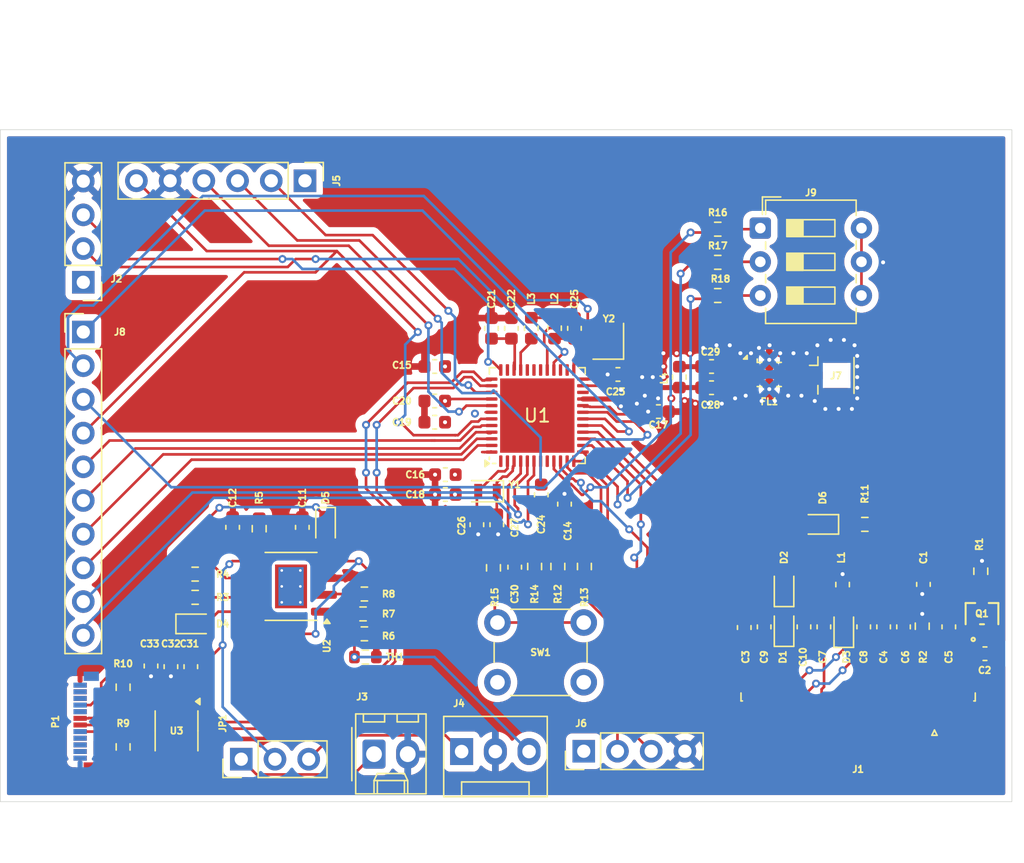
<source format=kicad_pcb>
(kicad_pcb (version 20241229) (generator "pcbnew") (generator_version "9.0")
  (layers (0 "F.Cu" signal) (4 "In1.Cu" signal) (6 "In2.Cu" signal) (2 "B.Cu" signal) (13 "F.Paste" user) (15 "B.Paste" user) (5 "F.SilkS" user "F.Silkscreen") (7 "B.SilkS" user "B.Silkscreen") (1 "F.Mask" user) (3 "B.Mask" user) (25 "Edge.Cuts" user))
  (net 0 "")
  (net 1 "GND")
  (net 2 "+3V3")
  (net 3 "Net-(D3-A)")
  (net 4 "Net-(D1-A)")
  (net 5 "VGL")
  (net 6 "VGH")
  (net 7 "Net-(J1-Pin_5)")
  (net 8 "Net-(J1-Pin_15)")
  (net 9 "Net-(J1-Pin_18)")
  (net 10 "VSH")
  (net 11 "VCOM")
  (net 12 "VSL")
  (net 13 "Net-(D4-A)")
  (net 14 "VBUS")
  (net 15 "Net-(U1-VDDSMPS)")
  (net 16 "SWD_NRST")
  (net 17 "Net-(C25-Pad1)")
  (net 18 "Net-(U1-PC14)")
  (net 19 "Net-(U1-PC15)")
  (net 20 "RF_sub")
  (net 21 "Net-(FL1-IN)")
  (net 22 "Net-(U1-PH3)")
  (net 23 "Net-(D4-K)")
  (net 24 "Net-(D5-K)")
  (net 25 "Net-(D6-K)")
  (net 26 "Net-(D6-A)")
  (net 27 "Net-(FL1-OUT)")
  (net 28 "CS#_SCREEN")
  (net 29 "RES#")
  (net 31 "BUSY")
  (net 33 "SDA_SCREEN")
  (net 34 "D{slash}C#")
  (net 35 "GDR")
  (net 36 "VPP")
  (net 38 "BS1")
  (net 39 "RESE")
  (net 41 "SCL_SCREEN")
  (net 42 "Net-(J3-Pin_1)")
  (net 43 "Net-(J4-Pin_1)")
  (net 44 "Net-(J4-Pin_3)")
  (net 45 "Net-(J5-SWCLK)")
  (net 46 "Net-(J5-SWO)")
  (net 47 "Net-(J5-SWDIO)")
  (net 48 "Net-(J6-Pin_2)")
  (net 49 "Net-(J6-Pin_3)")
  (net 50 "Net-(J8-Pin_2)")
  (net 51 "Net-(J8-Pin_7)")
  (net 52 "Net-(J8-Pin_10)")
  (net 53 "Net-(J8-Pin_3)")
  (net 54 "Net-(J8-Pin_9)")
  (net 55 "Net-(J8-Pin_6)")
  (net 56 "Net-(J8-Pin_5)")
  (net 57 "Net-(J8-Pin_8)")
  (net 58 "Net-(J8-Pin_1)")
  (net 59 "Net-(L2-Pad1)")
  (net 60 "Net-(U1-VLXSMPS)")
  (net 61 "D-")
  (net 64 "D+")
  (net 65 "Net-(P1-CC)")
  (net 66 "Net-(P1-VCONN)")
  (net 67 "Net-(U2-~{CHRG})")
  (net 68 "Net-(U2-~{STDBY})")
  (net 69 "Net-(U2-PROG)")
  (net 70 "Net-(U1-PA2)")
  (net 71 "Net-(U1-PA3)")
  (net 72 "Net-(R15-Pad2)")
  (net 73 "Net-(J2-Pin_2)")
  (net 74 "Net-(U1-OSC_OUT)")
  (net 76 "Net-(J2-Pin_3)")
  (net 78 "Net-(U1-OSC_IN)")
  (net 90 "Net-(J9-Pad1)")
  (net 91 "Net-(U1-PA0)")
  (net 92 "Net-(U1-PA4)")
  (net 93 "Net-(U1-PA5)")
  (net 94 "unconnected-(U1-PA15-Pad42)")
  (net 95 "Net-(J9-Pad2)")
  (net 96 "Net-(J9-Pad3)")
  (footprint "Resistor_SMD:R_0603_1608Metric" (layer "F.Cu") (at 84.575 90.25 180)
    (property "Reference" "R7")
    (property "Value" "R")
  )
  (footprint "Resistor_SMD:R_0603_1608Metric" (layer "F.Cu") (at 66.5 100.275 90)
    (property "Reference" "R9")
    (property "Value" "5k1")
  )
  (footprint "Diode_SMD:D_0603_1608Metric" (layer "F.Cu") (at 116.29 91.2125 90)
    (property "Reference" "D1")
    (property "Value" "D")
  )
  (footprint "Resistor_SMD:R_0603_1608Metric" (layer "F.Cu") (at 84.75 93.5 180)
    (property "Reference" "TH1")
    (property "Value" "Thermistor_NTC")
  )
  (footprint "Resistor_SMD:R_0603_1608Metric" (layer "F.Cu") (at 111.295 61.25)
    (property "Reference" "R16")
    (property "Value" "220R")
  )
  (footprint "Resistor_SMD:R_0603_1608Metric" (layer "F.Cu") (at 84.675 91.75)
    (property "Reference" "R6")
    (property "Value" "R")
  )
  (footprint "Resistor_SMD:R_0603_1608Metric" (layer "F.Cu") (at 94.4 86.775 -90)
    (property "Reference" "R15")
    (property "Value" "220")
  )
  (footprint "Capacitor_SMD:C_0603_1608Metric" (layer "F.Cu") (at 131.425 93.25 180)
    (property "Reference" "C2")
    (property "Value" "1u")
  )
  (footprint "LED_SMD:LED_0603_1608Metric" (layer "F.Cu") (at 118.9125 83.5 180)
    (property "Reference" "D6")
    (property "Value" "LED")
  )
  (footprint "Crystal:Crystal_SMD_2012-2Pin_2.0x1.2mm" (layer "F.Cu") (at 93.95 81 180)
    (property "Reference" "Y1")
    (property "Value" "32kHz768")
  )
  (footprint "Connector_PinHeader_2.54mm:PinHeader_1x06_P2.54mm_Vertical" (layer "F.Cu") (at 80.2 57.6 -90)
    (property "Reference" "J5")
    (property "Value" "Conn_ARM_SWD_TagConnect_TC2030")
  )
  (footprint "Connector_Coaxial:U.FL_Hirose_U.FL-R-SMT-1_Vertical" (layer "F.Cu") (at 119.725 72.275)
    (property "Reference" "J7")
    (property "Value" "Conn_Coaxial")
  )
  (footprint "Connector_PinHeader_2.54mm:PinHeader_1x04_P2.54mm_Vertical" (layer "F.Cu") (at 63.5 65.25 180)
    (property "Reference" "J2")
    (property "Value" "UART1")
  )
  (footprint "Resistor_SMD:R_0603_1608Metric" (layer "F.Cu") (at 71.925 89 180)
    (property "Reference" "R3")
    (property "Value" "1k")
  )
  (footprint "Filter:Filter_Mini-Circuits_FV1206" (layer "F.Cu") (at 115.175 72.2)
    (property "Reference" "FL1")
    (property "Value" "2,4Ghz LP 50Ohm")
  )
  (footprint "Capacitor_SMD:C_0603_1608Metric" (layer "F.Cu") (at 93.15 83.525 -90)
    (property "Reference" "C26")
    (property "Value" "10p")
  )
  (footprint "Capacitor_SMD:C_0603_1608Metric" (layer "F.Cu") (at 90.775 79.75 180)
    (property "Reference" "C16")
    (property "Value" "100n")
  )
  (footprint "Resistor_SMD:R_0603_1608Metric" (layer "F.Cu") (at 97.5 86.675 -90)
    (property "Reference" "R14")
    (property "Value" "5100")
  )
  (footprint "LED_SMD:LED_0603_1608Metric" (layer "F.Cu") (at 71.9625 91)
    (property "Reference" "D4")
    (property "Value" "LED")
  )
  (footprint "Diode_SMD:D_0603_1608Metric" (layer "F.Cu") (at 116.29 88.2125 90)
    (property "Reference" "D2")
    (property "Value" "D")
  )
  (footprint "Capacitor_SMD:C_0603_1608Metric" (layer "F.Cu") (at 74.75 83.725 -90)
    (property "Reference" "C12")
    (property "Value" "10u")
  )
  (footprint "Capacitor_SMD:C_0603_1608Metric" (layer "F.Cu") (at 126.79 88.025 90)
    (property "Reference" "C1")
    (property "Value" "1u")
  )
  (footprint "Inductor_SMD:L_0603_1608Metric" (layer "F.Cu") (at 99 68.7125 -90)
    (property "Reference" "L2")
    (property "Value" "10u")
  )
  (footprint "Capacitor_SMD:C_0603_1608Metric" (layer "F.Cu") (at 94.65 83.525 -90)
    (property "Reference" "C27")
    (property "Value" "10p")
  )
  (footprint "Connector_PinHeader_2.54mm:PinHeader_1x03_P2.54mm_Vertical" (layer "F.Cu") (at 75.4 101.2 90)
    (property "Reference" "JP1")
    (property "Value" "Jumper_3_Bridged12")
  )
  (footprint "Connector_PinHeader_2.54mm:PinHeader_1x10_P2.54mm_Vertical" (layer "F.Cu") (at 63.5 69)
    (property "Reference" "J8")
    (property "Value" "USER1")
  )
  (footprint "Resistor_SMD:R_0603_1608Metric" (layer "F.Cu") (at 131.1104 87.0308 90)
    (property "Reference" "R1")
    (property "Value" "R")
  )
  (footprint "Capacitor_SMD:C_0603_1608Metric" (layer "F.Cu") (at 68.6 94.175 90)
    (property "Reference" "C33")
    (property "Value" "0.1u")
  )
  (footprint "Capacitor_SMD:C_0603_1608Metric" (layer "F.Cu") (at 106.825 75)
    (property "Reference" "C17")
    (property "Value" "100n")
  )
  (footprint "Crystal:Crystal_SMD_2016-4Pin_2.0x1.6mm" (layer "F.Cu") (at 103.05 69.7 90)
    (property "Reference" "Y2")
    (property "Value" "32Mhz")
  )
  (footprint "Resistor_SMD:R_0603_1608Metric" (layer "F.Cu") (at 66.5 95.775 -90)
    (property "Reference" "R10")
    (property "Value" "5k1")
  )
  (footprint "Capacitor_SMD:C_0603_1608Metric" (layer "F.Cu") (at 95.75 68.725 90)
    (property "Reference" "C22")
    (property "Value" "4u7")
  )
  (footprint "Capacitor_SMD:C_0603_1608Metric" (layer "F.Cu") (at 89.975 75.8 180)
    (property "Reference" "C19")
    (property "Value" "4u7")
  )
  (footprint "Connector:FanPinHeader_1x03_P2.54mm_Vertical" (layer "F.Cu") (at 92 100.625)
    (property "Reference" "J4")
    (property "Value" "Conn_01x03")
  )
  (footprint "Capacitor_SMD:C_0603_1608Metric" (layer "F.Cu") (at 114.79 91.225 -90)
    (property "Reference" "C9")
    (property "Value" "1u")
  )
  (footprint "Inductor_SMD:L_0603_1608Metric" (layer "F.Cu") (at 108.4 72.4 90)
    (property "Reference" "L4")
    (property "Value" "2n7")
  )
  (footprint "Capacitor_SMD:C_0603_1608Metric" (layer "F.Cu") (at 99.75 81.975 -90)
    (property "Reference" "C14")
    (property "Value" "100n")
  )
  (footprint "Capacitor_SMD:C_0603_1608Metric" (layer "F.Cu") (at 117.79 91.225 -90)
    (property "Reference" "C10")
    (property "Value" "1u")
  )
  (footprint "Package_DFN_QFN:QFN-48-1EP_7x7mm_P0.5mm_EP5.6x5.6mm" (layer "F.Cu") (at 97.7 75.3 90)
    (property "Reference" "U1")
    (property "Value" "STM32WB55CEU6")
  )
  (footprint "Inductor_SMD:L_0603_1608Metric" (layer "F.Cu") (at 97.25 68.7125 90)
    (property "Reference" "L3")
    (property "Value" "10u")
  )
  (footprint "Resistor_SMD:R_0603_1608Metric" (layer "F.Cu") (at 99.25 86.675 90)
    (property "Reference" "R12")
    (property "Value" "220")
  )
  (footprint "Resistor_SMD:R_0603_1608Metric" (layer "F.Cu") (at 76.75 83.825 -90)
    (property "Reference" "R5")
    (property "Value" "400")
  )
  (footprint "Capacitor_SMD:C_0603_1608Metric" (layer "F.Cu") (at 89.975 74.2 180)
    (property "Reference" "C20")
    (property "Value" "100n")
  )
  (footprint "Button_Switch_THT:SW_DIP_SPSTx03_Slide_6.7x9.18mm_W7.62mm_P2.54mm_LowProfile" (layer "F.Cu") (at 114.5 61.17)
    (property "Reference" "J9")
    (property "Value" "USER2")
  )
  (footprint "Capacitor_SMD:C_0603_1608Metric" (layer "F.Cu") (at 89.975 71.6 180)
    (property "Reference" "C15")
    (property "Value" "100n")
  )
  (footprint "Capacitor_SMD:C_0603_1608Metric" (layer "F.Cu") (at 103.775 72.2)
    (property "Reference" "C23")
    (property "Value" "100n")
  )
  (footprint "Capacitor_SMD:C_0603_1608Metric" (layer "F.Cu") (at 119.29 91.225 -90)
    (property "Reference" "C7")
    (property "Value" "1u")
  )
  (footprint "Resistor_SMD:R_0603_1608Metric" (layer "F.Cu") (at 111.295 63.75)
    (property "Reference" "R17")
    (property "Value" "220R")
  )
  (footprint "Button_Switch_THT:SW_PUSH_6mm" (layer "F.Cu") (at 94.7 90.9)
    (property "Reference" "SW1")
    (property "Value" "SW_Push")
  )
  (footprint "Resistor_SMD:R_0603_1608Metric" (layer "F.Cu") (at 71.925 87.25 180)
    (property "Reference" "R4")
    (property "Value" "1k")
  )
  (footprint "Capacitor_SMD:C_0603_1608Metric" (layer "F.Cu") (at 122.29 91.225 -90)
    (property "Reference" "C8")
    (property "Value" "1u")
  )
  (footprint "Inductor_SMD:L_0603_1608Metric" (layer "F.Cu") (at 120.7 88.0375 -90)
    (property "Reference" "L1")
    (property "Value" "L")
  )
  (footprint "Diode_SMD:D_0603_1608Metric" (layer "F.Cu") (at 120.79 91.2875 90)
    (property "Reference" "D3")
    (property "Value" "D")
  )
  (footprint "Capacitor_SMD:C_0603_1608Metric" (layer "F.Cu") (at 110.825 73.2)
    (property "Reference" "C28")
    (property "Value" "0p3")
  )
  (footprint "Resistor_SMD:R_0603_1608Metric" (layer "F.Cu") (at 126.7 91.175 -90)
    (property "Reference" "R2")
    (property "Value" "R2")
  )
  (footprint "Capacitor_SMD:C_0603_1608Metric" (layer "F.Cu") (at 70.1 94.225 90)
    (property "Reference" "C32")
    (property "Value" "10u")
  )
  (footprint "Capacitor_SMD:C_0603_1608Metric" (layer "F.Cu") (at 110.825 71.6)
    (property "Reference" "C29")
    (property "Value" "0p3")
  )
  (footprint "Capacitor_SMD:C_0603_1608Metric" (layer "F.Cu") (at 123.79 91.225 -90)
    (property "Reference" "C4")
    (property "Value" "uF")
  )
  (footprint "Capacitor_SMD:C_0603_1608Metric" (layer "F.Cu") (at 94.25 68.725 90)
    (property "Reference" "C21")
    (property "Value" "100n")
  )
  (footprint "Capacitor_SMD:C_0603_1608Metric" (layer "F.Cu") (at 113.29 91.275 -90)
    (property "Reference" "C3")
    (property "Value" "1uF")
  )
  (footprint "Resistor_SMD:R_0603_1608Metric" (layer "F.Cu") (at 122.375 83.5)
    (property "Reference" "R11")
    (property "Value" "220R")
  )
  (footprint "Connector_PinHeader_2.54mm:PinHeader_1x04_P2.54mm_Vertical" (layer "F.Cu") (at 101.2 100.6 90)
    (property "Reference" "J6")
    (property "Value" "LOW POWER UART")
  )
  (footprint "Capacitor_SMD:C_0603_1608Metric" (layer "F.Cu") (at 96 86.725 -90)
    (property "Reference" "C30")
    (property "Value" "100n")
  )
  (footprint "footprints:SC-70_SI1_VIS" (layer "F.Cu") (at 131.2 90.2279)
    (property "Reference" "Q1")
    (property "Value" "Si1304BDL")
  )
  (footprint "Connector_FFC-FPC:TE_2-1734839-4_1x24-1MP_P0.5mm_Horizontal" (layer "F.Cu") (at 121.87 98.85 180)
    (property "Reference" "J1")
    (property "Value" "FPC")
  )
  (footprint "Package_SO:SOIC-8-1EP_3.9x4.9mm_P1.27mm_EP2.41x3.3mm_ThermalVias" (layer "F.Cu") (at 79.15 88.175 180)
    (property "Reference" "U2")
    (property "Value" "TP4056-42-ESOP8")
  )
  (footprint "Capacitor_SMD:C_0603_1608Metric" (layer "F.Cu") (at 100.5 68.725 90)
    (property "Reference" "C25")
    (property "Value" "4u7")
  )
  (footprint "Resistor_SMD:R_0603_1608Metric" (layer "F.Cu") (at 101.25 86.675 90)
    (property "Reference" "R13")
    (property "Value" "220")
  )
  (footprint "Package_SO:MSOP-8_3x3mm_P0.65mm" (layer "F.Cu") (at 70.525 99.0625 -90)
    (property "Reference" "U3")
    (property "Value" "MIC5219-3.3YMM")
  )
  (footprint "Capacitor_SMD:C_0603_1608Metric" (layer "F.Cu") (at 125.29 91.225 90)
    (property "Reference" "C6")
    (property "Value" "1uF")
  )
  (footprint "Capacitor_SMD:C_0603_1608Metric" (layer "F.Cu") (at 98 81.275 90)
    (property "Reference" "C24")
    (property "Value" "100n")
  )
  (footprint "Connector_Molex:Molex_KK-254_AE-6410-02A_1x02_P2.54mm_Vertical" (layer "F.Cu") (at 85.4 100.82)
    (property "Reference" "J3")
    (property "Value" "Conn_01x02")
  )
  (footprint "Capacitor_SMD:C_0603_1608Metric" (layer "F.Cu") (at 90.775 81.25 180)
    (property "Reference" "C18")
    (property "Value" "100n")
  )
  (footprint "Capacitor_SMD:C_0603_1608Metric" (layer "F.Cu") (at 71.6 94.225 90)
    (property "Reference" "C31")
    (property "Value" "10u")
  )
  (footprint "LED_SMD:LED_0603_1608Metric" (layer "F.Cu") (at 81.75 83.7125 -90)
    (property "Reference" "D5")
    (property "Value" "LED")
  )
  (footprint "Resistor_SMD:R_0603_1608Metric" (layer "F.Cu") (at 84.675 88.75)
    (property "Reference" "R8")
    (property "Value" "R")
  )
  (footprint "Connector_USB:USB_C_Plug_Molex_105444" (layer "F.Cu") (at 63.22 98.37 90)
    (property "Reference" "P1")
    (property "Value" "USB_C_Plug_USB2.0")
  )
  (footprint "Capacitor_SMD:C_0603_1608Metric" (layer "F.Cu") (at 128.7 91.225 90)
    (property "Reference" "C5")
    (property "Value" "1u")
  )
  (footprint "Capacitor_SMD:C_0603_1608Metric" (layer "F.Cu") (at 80 83.725 90)
    (property "Reference" "C11")
    (property "Value" "10u")
  )
  (footprint "Resistor_SMD:R_0603_1608Metric" (layer "F.Cu") (at 111.295 66.25)
    (property "Reference" "R18")
    (property "Value" "220R")
  )
  (gr_rect (start 57.25 53.75) (end 133.45 104.405) (stroke (width 0.05)) (fill no) (layer "Edge.Cuts"))
  (via (at 93.001473 75.15) (size 0.6) (drill 0.3) (layers "F.Cu" "B.Cu") (net 0))
  (via micro (at 111.6 74.4) (size 0.6) (drill 0.3) (layers "F.Cu" "In1.Cu") (net 1))
  (via micro (at 107.2 72.4) (size 0.6) (drill 0.3) (layers "F.Cu" "In1.Cu") (net 1))
  (via micro (at 107.2 70.6) (size 0.6) (drill 0.3) (layers "F.Cu" "In1.Cu") (net 1))
  (via micro (at 108.2 70.6) (size 0.6) (drill 0.3) (layers "F.Cu" "In1.Cu") (net 1))
  (via micro (at 90 79.75) (size 0.6) (drill 0.3) (layers "F.Cu" "In1.Cu") (net 1))
  (via micro (at 131.2 86.25) (size 0.6) (drill 0.3) (layers "F.Cu" "In1.Cu") (net 1))
  (via micro (at 118.8 70) (size 0.6) (drill 0.3) (layers "F.Cu" "In1.Cu") (net 1))
  (via micro (at 113 70.6) (size 0.6) (drill 0.3) (layers "F.Cu" "In1.Cu") (net 1))
  (via micro (at 121.8 70.8) (size 0.6) (drill 0.3) (layers "F.Cu" "In1.Cu") (net 1))
  (via micro (at 114.4 70.2) (size 0.6) (drill 0.3) (layers "F.Cu" "In1.Cu") (net 1))
  (via micro (at 119.4 74.8) (size 0.6) (drill 0.3) (layers "F.Cu" "In1.Cu") (net 1))
  (via micro (at 114.6 74.2) (size 0.6) (drill 0.3) (layers "F.Cu" "In1.Cu") (net 1))
  (via micro (at 120.8 69.6) (size 0.6) (drill 0.3) (layers "F.Cu" "In1.Cu") (net 1))
  (via micro (at 117 70.6) (size 0.6) (drill 0.3) (layers "F.Cu" "In1.Cu") (net 1))
  (via micro (at 93.25 84.25) (size 0.6) (drill 0.3) (layers "F.Cu" "In1.Cu") (net 1))
  (via micro (at 109.2 70.6) (size 0.6) (drill 0.3) (layers "F.Cu" "In1.Cu") (net 1))
  (via micro (at 118.6 74.2) (size 0.6) (drill 0.3) (layers "F.Cu" "In1.Cu") (net 1))
  (via micro (at 104 74.6) (size 0.6) (drill 0.3) (layers "F.Cu" "In1.Cu") (net 1))
  (via micro (at 112.2 70) (size 0.6) (drill 0.3) (layers "F.Cu" "In1.Cu") (net 1))
  (via micro (at 113.4 73.8) (size 0.6) (drill 0.3) (layers "F.Cu" "In1.Cu") (net 1))
  (via micro (at 113.8 70.6) (size 0.6) (drill 0.3) (layers "F.Cu" "In1.Cu") (net 1))
  (via micro (at 90 81.25) (size 0.6) (drill 0.3) (layers "F.Cu" "In1.Cu") (net 1))
  (via micro (at 117.6 73.8) (size 0.6) (drill 0.3) (layers "F.Cu" "In1.Cu") (net 1))
  (via micro (at 109.6 74.4) (size 0.6) (drill 0.3) (layers "F.Cu" "In1.Cu") (net 1))
  (via micro (at 120.4 74.8) (size 0.6) (drill 0.3) (layers "F.Cu" "In1.Cu") (net 1))
  (via micro (at 121.6 70) (size 0.6) (drill 0.3) (layers "F.Cu" "In1.Cu") (net 1))
  (via micro (at 108.8 74.2) (size 0.6) (drill 0.3) (layers "F.Cu" "In1.Cu") (net 1))
  (via micro (at 121.4 74.8) (size 0.6) (drill 0.3) (layers "F.Cu" "In1.Cu") (net 1))
  (via micro (at 104 73.36) (size 0.6) (drill 0.3) (layers "F.Cu" "In1.Cu") (net 1))
  (via micro (at 110.2 70.2) (size 0.6) (drill 0.3) (layers "F.Cu" "In1.Cu") (net 1))
  (via micro (at 119.8 69.6) (size 0.6) (drill 0.3) (layers "F.Cu" "In1.Cu") (net 1))
  (via micro (at 116.6 73.8) (size 0.6) (drill 0.3) (layers "F.Cu" "In1.Cu") (net 1))
  (via micro (at 105.6 72.4) (size 0.6) (drill 0.3) (layers "F.Cu" "In1.Cu") (net 1))
  (via micro (at 107.2 71.6) (size 0.6) (drill 0.3) (layers "F.Cu" "In1.Cu") (net 1))
  (via micro (at 121.8 73.2) (size 0.6) (drill 0.3) (layers "F.Cu" "In1.Cu") (net 1))
  (via micro (at 116 70.6) (size 0.6) (drill 0.3) (layers "F.Cu" "In1.Cu") (net 1))
  (via micro (at 94.75 84.25) (size 0.6) (drill 0.3) (layers "F.Cu" "In1.Cu") (net 1))
  (via micro (at 105.2 74.4) (size 0.6) (drill 0.3) (layers "F.Cu" "In1.Cu") (net 1))
  (via micro (at 112.6 74) (size 0.6) (drill 0.3) (layers "F.Cu" "In1.Cu") (net 1))
  (via micro (at 106.4 72.4) (size 0.6) (drill 0.3) (layers "F.Cu" "In1.Cu") (net 1))
  (via micro (at 106.8 74) (size 0.6) (drill 0.3) (layers "F.Cu" "In1.Cu") (net 1))
  (via micro (at 111.2 70) (size 0.6) (drill 0.3) (layers "F.Cu" "In1.Cu") (net 1))
  (via micro (at 118 70.6) (size 0.6) (drill 0.3) (layers "F.Cu" "In1.Cu") (net 1))
  (via micro (at 107.8 74) (size 0.6) (drill 0.3) (layers "F.Cu" "In1.Cu") (net 1))
  (via micro (at 115.2 70) (size 0.6) (drill 0.3) (layers "F.Cu" "In1.Cu") (net 1))
  (via micro (at 121.8 74) (size 0.6) (drill 0.3) (layers "F.Cu" "In1.Cu") (net 1))
  (via micro (at 121.8 72.4) (size 0.6) (drill 0.3) (layers "F.Cu" "In1.Cu") (net 1))
  (via micro (at 121.8 71.6) (size 0.6) (drill 0.3) (layers "F.Cu" "In1.Cu") (net 1))
  (via micro (at 115.6 74.2) (size 0.6) (drill 0.3) (layers "F.Cu" "In1.Cu") (net 1))
  (via micro (at 110.6 74.4) (size 0.6) (drill 0.3) (layers "F.Cu" "In1.Cu") (net 1))
  (via micro (at 105.8 73.8) (size 0.6) (drill 0.3) (layers "F.Cu" "In1.Cu") (net 1))
  (segment (start 103 72.75) (end 102.7 73.05) (width 0.2) (layer "F.Cu") (net 2))
  (segment (start 70.2 96.95) (end 70.2 95.1) (width 0.2) (layer "F.Cu") (net 2))
  (segment (start 103.149 74.649) (end 103.7 75.2) (width 0.2) (layer "F.Cu") (net 2))
  (segment (start 70.2 95.1) (end 70.1 95) (width 0.2) (layer "F.Cu") (net 2))
  (segment (start 103 72.2) (end 103 72.75) (width 0.2) (layer "F.Cu") (net 2))
  (segment (start 101.689798 74.649) (end 103.149 74.649) (width 0.2) (layer "F.Cu") (net 2))
  (segment (start 122.12 63.71) (end 122.12 66.25) (width 0.2) (layer "F.Cu") (net 2))
  (segment (start 103.7 75.2) (end 105.85 75.2) (width 0.2) (layer "F.Cu") (net 2))
  (segment (start 94.2125 78) (end 94.2625 78.05) (width 0.2) (layer "F.Cu") (net 2))
  (segment (start 90.75 74.2) (end 91.05 74.2) (width 0.2) (layer "F.Cu") (net 2))
  (segment (start 91.55 79.75) (end 91.85 79.75) (width 0.2) (layer "F.Cu") (net 2))
  (segment (start 102.7 73.05) (end 101.1375 73.05) (width 0.2) (layer "F.Cu") (net 2))
  (segment (start 70.2 96.95) (end 70.2 97.762499) (width 0.2) (layer "F.Cu") (net 2))
  (segment (start 105.85 75.2) (end 106.05 75) (width 0.2) (layer "F.Cu") (net 2))
  (segment (start 93.75 78.05) (end 93.7 78.05) (width 0.2) (layer "F.Cu") (net 2))
  (segment (start 91.05 74.2) (end 91.2 74.05) (width 0.2) (layer "F.Cu") (net 2))
  (segment (start 101.664798 74.624) (end 101.689798 74.649) (width 0.2) (layer "F.Cu") (net 2))
  (segment (start 93.55 78.05) (end 93.75 78.05) (width 0.2) (layer "F.Cu") (net 2))
  (segment (start 93.75 78.05) (end 94.2625 78.05) (width 0.2) (layer "F.Cu") (net 2))
  (segment (start 122.12 61.17) (end 122.12 63.71) (width 0.2) (layer "F.Cu") (net 2))
  (segment (start 101.2115 74.624) (end 101.664798 74.624) (width 0.2) (layer "F.Cu") (net 2))
  (segment (start 91.2 74.05) (end 94.2625 74.05) (width 0.2) (layer "F.Cu") (net 2))
  (segment (start 68.65 95) (end 68.6 94.95) (width 0.2) (layer "F.Cu") (net 2))
  (segment (start 70.1 96.85) (end 70.2 96.95) (width 0.2) (layer "F.Cu") (net 2))
  (segment (start 101.1375 74.55) (end 101.2115 74.624) (width 0.2) (layer "F.Cu") (net 2))
  (segment (start 70.1 97.05) (end 70.2 96.95) (width 0.2) (layer "F.Cu") (net 2))
  (via micro (at 90.75 74.2) (size 0.6) (drill 0.3) (layers "F.Cu" "In2.Cu") (net 2))
  (via micro (at 99.75 81.2) (size 0.6) (drill 0.3) (layers "F.Cu" "In2.Cu") (net 2))
  (via micro (at 106.05 75) (size 0.6) (drill 0.3) (layers "F.Cu" "In2.Cu") (net 2))
  (via micro (at 90.75 75.8) (size 0.6) (drill 0.3) (layers "F.Cu" "In2.Cu") (net 2))
  (via micro (at 68.6 94.95) (size 0.6) (drill 0.3) (layers "F.Cu" "In2.Cu") (net 2))
  (via micro (at 123.75 63.75) (size 0.6) (drill 0.3) (layers "F.Cu" "In2.Cu") (net 2))
  (via micro (at 120.7 87.25) (size 0.6) (drill 0.3) (layers "F.Cu" "In2.Cu") (net 2))
  (via micro (at 103 72.2) (size 0.6) (drill 0.3) (layers "F.Cu" "In2.Cu") (net 2))
  (via micro (at 126.7 88.75) (size 0.6) (drill 0.3) (layers "F.Cu" "In2.Cu") (net 2))
  (via micro (at 91.5 81.25) (size 0.6) (drill 0.3) (layers "F.Cu" "In2.Cu") (net 2))
  (via micro (at 70.1 94.95) (size 0.6) (drill 0.3) (layers "F.Cu" "In2.Cu") (net 2))
  (via micro (at 91.5 79.75) (size 0.6) (drill 0.3) (layers "F.Cu" "In2.Cu") (net 2))
  (via micro (at 90.75 71.6) (size 0.6) (drill 0.3) (layers "F.Cu" "In2.Cu") (net 2))
  (via micro (at 126.7 90.25) (size 0.6) (drill 0.3) (layers "F.Cu" "In2.Cu") (net 2))
  (segment (start 120.79 90.5) (end 120.79 88.915) (width 0.2) (layer "F.Cu") (net 3))
  (segment (start 120.79 88.915) (end 120.7 88.825) (width 0.2) (layer "F.Cu") (net 3))
  (segment (start 116.29 89) (end 116.29 90.425) (width 0.2) (layer "F.Cu") (net 4))
  (segment (start 116.29 92) (end 116.62 92.33) (width 0.2) (layer "F.Cu") (net 5))
  (segment (start 116.62 92.33) (end 116.62 100.2) (width 0.2) (layer "F.Cu") (net 5))
  (segment (start 123.79 92) (end 123.039 91.249) (width 0.2) (layer "F.Cu") (net 6))
  (segment (start 123.039 91.249) (end 121.616 91.249) (width 0.2) (layer "F.Cu") (net 6))
  (segment (start 120.79 92.075) (end 120.79 92.91) (width 0.2) (layer "F.Cu") (net 6))
  (segment (start 121.616 91.249) (end 120.79 92.075) (width 0.2) (layer "F.Cu") (net 6))
  (segment (start 117.62 95.08) (end 118.2 94.5) (width 0.2) (layer "F.Cu") (net 6))
  (segment (start 117.62 100.2) (end 117.62 95.08) (width 0.2) (layer "F.Cu") (net 6))
  (segment (start 120.79 92.91) (end 120.2 93.5) (width 0.2) (layer "F.Cu") (net 6))
  (via (at 118.2 94.5) (size 0.6) (drill 0.3) (layers "F.Cu" "B.Cu") (net 6))
  (via (at 120.2 93.5) (size 0.6) (drill 0.3) (layers "F.Cu" "B.Cu") (net 6))
  (segment (start 119.2 94.5) (end 118.2 94.5) (width 0.2) (layer "B.Cu") (net 6))
  (segment (start 120.2 93.5) (end 119.2 94.5) (width 0.2) (layer "B.Cu") (net 6))
  (segment (start 126.219 95.481) (end 126.219 95.0736) (width 0.2) (layer "F.Cu") (net 7))
  (segment (start 125.62 96.08) (end 126.219 95.481) (width 0.2) (layer "F.Cu") (net 7))
  (segment (start 126.219 95.0736) (end 128.7 92.5926) (width 0.2) (layer "F.Cu") (net 7))
  (segment (start 125.62 100.2) (end 125.62 96.08) (width 0.2) (layer "F.Cu") (net 7))
  (segment (start 128.7 92.5926) (end 128.7 92) (width 0.2) (layer "F.Cu") (net 7))
  (segment (start 120.62 96.67) (end 120.62 100.2) (width 0.2) (layer "F.Cu") (net 8))
  (segment (start 120.62 100.2) (end 120.12 100.2) (width 0.2) (layer "F.Cu") (net 8))
  (segment (start 126.79 92) (end 125.29 92) (width 0.2) (layer "F.Cu") (net 8))
  (segment (start 125.29 92) (end 120.62 96.67) (width 0.2) (layer "F.Cu") (net 8))
  (segment (start 119.29 92) (end 119.12 92.17) (width 0.2) (layer "F.Cu") (net 9))
  (segment (start 119.301 95.748943) (end 119.301 92.011) (width 0.2) (layer "F.Cu") (net 9))
  (segment (start 119.12 100.2) (end 119.12 95.929943) (width 0.2) (layer "F.Cu") (net 9))
  (segment (start 119.12 95.929943) (end 119.301 95.748943) (width 0.2) (layer "F.Cu") (net 9))
  (segment (start 119.301 92.011) (end 119.29 92) (width 0.2) (layer "F.Cu") (net 9))
  (segment (start 118.2 96) (end 118.7 95.5) (width 0.2) (layer "F.Cu") (net 10))
  (segment (start 122.29 92) (end 122.29 92.91) (width 0.2) (layer "F.Cu") (net 10))
  (segment (start 118.12 96.08) (end 118.2 96) (width 0.2) (layer "F.Cu") (net 10))
  (segment (start 122.29 92.91) (end 120.7 94.5) (width 0.2) (layer "F.Cu") (net 10))
  (segment (start 118.12 100.2) (end 118.12 96.08) (width 0.2) (layer "F.Cu") (net 10))
  (segment (start 122.29 92) (end 122.29 92.41) (width 0.2) (layer "F.Cu") (net 10))
  (via (at 118.7 95.5) (size 0.6) (drill 0.3) (layers "F.Cu" "B.Cu") (net 10))
  (via (at 120.7 94.5) (size 0.6) (drill 0.3) (layers "F.Cu" "B.Cu") (net 10))
  (segment (start 118.7 95.5) (end 119.7 95.5) (width 0.2) (layer "B.Cu") (net 10))
  (segment (start 120.7 94.5) (end 119.7 95.5) (width 0.2) (layer "B.Cu") (net 10))
  (segment (start 116.12 100.2) (end 116.12 93.33) (width 0.2) (layer "F.Cu") (net 11))
  (segment (start 116.12 93.33) (end 114.79 92) (width 0.2) (layer "F.Cu") (net 11))
  (segment (start 117.79 92) (end 117.12 92.67) (width 0.2) (layer "F.Cu") (net 12))
  (segment (start 117.12 92.67) (end 117.12 100.2) (width 0.2) (layer "F.Cu") (net 12))
  (segment (start 80 84.5) (end 81.75 84.5) (width 0.2) (layer "F.Cu") (net 13))
  (segment (start 86.201 88.201) (end 84.27 86.27) (width 0.2) (layer "F.Cu") (net 13))
  (segment (start 81.625 86.27) (end 81.625 84.625) (width 0.2) (layer "F.Cu") (net 13))
  (segment (start 76.675 90.08) (end 73.67 90.08) (width 0.2) (layer "F.Cu") (net 13))
  (segment (start 86.201 89.449) (end 86.201 88.201) (width 0.2) (layer "F.Cu") (net 13))
  (segment (start 81.625 84.625) (end 81.75 84.5) (width 0.2) (layer "F.Cu") (net 13))
  (segment (start 84.25 86.27) (end 81.625 86.27) (width 0.2) (layer "F.Cu") (net 13))
  (segment (start 85.4 90.25) (end 86.201 89.449) (width 0.2) (layer "F.Cu") (net 13))
  (segment (start 80 84.5) (end 78.25 84.5) (width 0.2) (layer "F.Cu") (net 13))
  (segment (start 76.675 90.08) (end 78.345 91.75) (width 0.2) (layer "F.Cu") (net 13))
  (segment (start 84.27 86.27) (end 84.25 86.27) (width 0.2) (layer "F.Cu") (net 13))
  (segment (start 78.345 91.75) (end 81 91.75) (width 0.2) (layer "F.Cu") (net 13))
  (segment (start 73.67 90.08) (end 72.75 91) (width 0.2) (layer "F.Cu") (net 13))
  (segment (start 78.25 84.5) (end 76.75 83) (width 0.2) (layer "F.Cu") (net 13))
  (via (at 81 91.75) (size 0.6) (drill 0.3) (layers "F.Cu" "B.Cu") (net 13))
  (via (at 84.25 86.27) (size 0.6) (drill 0.3) (layers "F.Cu" "B.Cu") (net 13))
  (segment (start 82.375 88.145) (end 82.375 88.625) (width 0.2) (layer "B.Cu") (net 13))
  (segment (start 82.375 88.625) (end 81 90) (width 0.2) (layer "B.Cu") (net 13))
  (segment (start 81 90) (end 81 91.75) (width 0.2) (layer "B.Cu") (net 13))
  (segment (start 84.25 86.27) (end 82.375 88.145) (width 0.2) (layer "B.Cu") (net 13))
  (segment (start 64.052 97.12) (end 64.85 96.322) (width 0.2) (layer "F.Cu") (net 14))
  (segment (start 70.85 96.95) (end 71.5 96.95) (width 0.2) (layer "F.Cu") (net 14))
  (segment (start 76.75 86.195) (end 76.675 86.27) (width 0.2) (layer "F.Cu") (net 14))
  (segment (start 64.85 95.45) (end 66.101 94.199) (width 0.2) (layer "F.Cu") (net 14))
  (segment (start 71.5 96.95) (end 71.5 95.1) (width 0.2) (layer "F.Cu") (net 14))
  (segment (start 64.85 96.322) (end 64.85 95.45) (width 0.2) (layer "F.Cu") (net 14))
  (segment (start 66.101 94.199) (end 69.8 94.199) (width 0.2) (layer "F.Cu") (net 14))
  (segment (start 76.6 84.5) (end 76.75 84.65) (width 0.2) (layer "F.Cu") (net 14))
  (segment (start 69.85 94.249) (end 70.849 94.249) (width 0.2) (layer "F.Cu") (net 14))
  (segment (start 70.849 94.249) (end 71.6 95) (width 0.2) (layer "F.Cu") (net 14))
  (segment (start 74.75 84.5) (end 76.6 84.5) (width 0.2) (layer "F.Cu") (net 14))
  (segment (start 70.85 96.95) (end 70.85 96.137501) (width 0.2) (layer "F.Cu") (net 14))
  (segment (start 74.73 86.27) (end 74.5 86.5) (width 0.2) (layer "F.Cu") (net 14))
  (segment (start 74 92.6) (end 71.6 95) (width 0.2) (layer "F.Cu") (net 14))
  (segment (start 76.675 86.27) (end 74.73 86.27) (width 0.2) (layer "F.Cu") (net 14))
  (segment (start 76.75 84.65) (end 76.75 86.195) (width 0.2) (layer "F.Cu") (net 14))
  (segment (start 63.26 97.12) (end 64.052 97.12) (width 0.2) (layer "F.Cu") (net 14))
  (segment (start 69.8 94.199) (end 69.85 94.249) (width 0.2) (layer "F.Cu") (net 14))
  (segment (start 71.5 95.1) (end 71.6 95) (width 0.2) (layer "F.Cu") (net 14))
  (via (at 74.5 86.5) (size 0.6) (drill 0.3) (layers "F.Cu" "B.Cu") (net 14))
  (via (at 74 92.6) (size 0.6) (drill 0.3) (layers "F.Cu" "B.Cu") (net 14))
  (segment (start 74 92.6) (end 74 97.26) (width 0.2) (layer "B.Cu") (net 14))
  (segment (start 74 87) (end 74.5 86.5) (width 0.2) (layer "B.Cu") (net 14))
  (segment (start 74 97.26) (end 77.94 101.2) (width 0.2) (layer "B.Cu") (net 14))
  (segment (start 74 92.6) (end 74 87) (width 0.2) (layer "B.Cu") (net 14))
  (segment (start 95.95 71.3) (end 95.95 71.8625) (width 0.2) (layer "F.Cu") (net 15))
  (segment (start 96 71.8125) (end 95.95 71.8625) (width 0.2) (layer "F.Cu") (net 15))
  (segment (start 96 69.75) (end 96 71.8125) (width 0.2) (layer "F.Cu") (net 15))
  (segment (start 96 69.5) (end 94.5 69.5) (width 0.2) (layer "F.Cu") (net 15))
  (segment (start 97.95 78.7375) (end 97.95 80.15) (width 0.2) (layer "F.Cu") (net 16))
  (segment (start 79.617 62.097) (end 84.297 62.097) (width 0.2) (layer "F.Cu") (net 16))
  (segment (start 75.12 57.6) (end 79.617 62.097) (width 0.2) (layer "F.Cu") (net 16))
  (segment (start 84.297 62.097) (end 90.2 68) (width 0.2) (layer "F.Cu") (net 16))
  (via (at 90.2 68) (size 0.6) (drill 0.3) (layers "F.Cu" "B.Cu") (net 16))
  (segment (start 94.201 73.601) (end 94.401 73.401) (width 0.2) (layer "B.Cu") (net 16))
  (segment (start 90.2 68) (end 90.5 68.3) (width 0.2) (layer "B.Cu") (net 16))
  (segment (start 97.95 76.95) (end 97.95 80.15) (width 0.2) (layer "B.Cu") (net 16))
  (segment (start 90.5 72.0671) (end 92.0339 73.601) (width 0.2) (layer "B.Cu") (net 16))
  (segment (start 90.5 68.3) (end 90.5 72.0671) (width 0.2) (layer "B.Cu") (net 16))
  (segment (start 92.0339 73.601) (end 94.201 73.601) (width 0.2) (layer "B.Cu") (net 16))
  (segment (start 94.401 73.401) (end 97.95 76.95) (width 0.2) (layer "B.Cu") (net 16))
  (segment (start 100.5 69.5) (end 99 69.5) (width 0.2) (layer "F.Cu") (net 17))
  (segment (start 95.45 79.3) (end 95.25 79.5) (width 0.2) (layer "F.Cu") (net 18))
  (segment (start 93.15 81.1) (end 93.25 81) (width 0.2) (layer "F.Cu") (net 18))
  (segment (start 95.45 79.3) (end 95.45 78.7375) (width 0.2) (layer "F.Cu") (net 18))
  (segment (start 94.75 79.5) (end 93.25 81) (width 0.2) (layer "F.Cu") (net 18))
  (segment (start 93.15 82.75) (end 93.15 81.1) (width 0.2) (layer "F.Cu") (net 18))
  (segment (start 95.25 79.5) (end 94.75 79.5) (width 0.2) (layer "F.Cu") (net 18))
  (segment (start 95.851 79.289798) (end 95.851 79.4661) (width 0.2) (layer "F.Cu") (net 19))
  (segment (start 95.876 79.124) (end 95.876 79.264798) (width 0.2) (layer "F.Cu") (net 19))
  (segment (start 95.876 79.264798) (end 95.851 79.289798) (width 0.2) (layer "F.Cu") (net 19))
  (segment (start 94.35 82.65) (end 94.25 82.75) (width 0.2) (layer "F.Cu") (net 19))
  (segment (start 94.65 82.75) (end 94.65 81) (width 0.2) (layer "F.Cu") (net 19))
  (segment (start 95.851 79.4661) (end 95.4161 79.901) (width 0.2) (layer "F.Cu") (net 19))
  (segment (start 95.099 79.901) (end 94.65 80.35) (width 0.2) (layer "F.Cu") (net 19))
  (segment (start 95.95 78.7375) (end 95.95 79.05) (width 0.2) (layer "F.Cu") (net 19))
  (segment (start 94.65 80.35) (end 94.65 81) (width 0.2) (layer "F.Cu") (net 19))
  (segment (start 95.4161 79.901) (end 95.099 79.901) (width 0.2) (layer "F.Cu") (net 19))
  (segment (start 95.95 79.05) (end 95.876 79.124) (width 0.2) (layer "F.Cu") (net 19))
  (segment (start 105.33761 73.1875) (end 108.4 73.1875) (width 0.38) (layer "F.Cu") (net 20))
  (segment (start 108.4 73.1875) (end 110.0375 73.1875) (width 0.38) (layer "F.Cu") (net 20))
  (segment (start 104.47511 74.05) (end 105.33761 73.1875) (width 0.38) (layer "F.Cu") (net 20))
  (segment (start 110.0375 73.1875) (end 110.05 73.2) (width 0.38) (layer "F.Cu") (net 20))
  (segment (start 104.47511 74.05) (end 101.1375 74.05) (width 0.38) (layer "F.Cu") (net 20))
  (segment (start 110.05 71.6) (end 110.826 70.824) (width 0.38) (layer "F.Cu") (net 21))
  (segment (start 112.174 70.824) (end 113.55 72.2) (width 0.38) (layer "F.Cu") (net 21))
  (segment (start 110.826 70.824) (end 112.174 70.824) (width 0.38) (layer "F.Cu") (net 21))
  (segment (start 110.0375 71.6125) (end 110.05 71.6) (width 0.38) (layer "F.Cu") (net 21))
  (segment (start 108.4 71.6125) (end 110.0375 71.6125) (width 0.38) (layer "F.Cu") (net 21))
  (segment (start 96 85.95) (end 94.6 85.95) (width 0.2) (layer "F.Cu") (net 22))
  (segment (start 95.5 83.85) (end 97.5 85.85) (width 0.2) (layer "F.Cu") (net 22))
  (segment (start 96.45 79.665857) (end 95.5 80.615857) (width 0.2) (layer "F.Cu") (net 22))
  (segment (start 95.5 80.615857) (end 95.5 83.85) (width 0.2) (layer "F.Cu") (net 22))
  (segment (start 97.5 85.85) (end 96.1 85.85) (width 0.2) (layer "F.Cu") (net 22))
  (segment (start 96.45 78.7375) (end 96.45 79.665857) (width 0.2) (layer "F.Cu") (net 22))
  (segment (start 96.1 85.85) (end 96 85.95) (width 0.2) (layer "F.Cu") (net 22))
  (segment (start 94.6 85.95) (end 94.5 85.85) (width 0.2) (layer "F.Cu") (net 22))
  (segment (start 72.049 87.951) (end 72.049 90.126) (width 0.2) (layer "F.Cu") (net 23))
  (segment (start 72.75 87.25) (end 72.049 87.951) (width 0.2) (layer "F.Cu") (net 23))
  (segment (start 72.049 90.126) (end 71.175 91) (width 0.2) (layer "F.Cu") (net 23))
  (segment (start 81.75 82.925) (end 81.024 82.199) (width 0.2) (layer "F.Cu") (net 24))
  (segment (start 73.75 82.25) (end 70.399 85.601) (width 0.2) (layer "F.Cu") (net 24))
  (segment (start 70.399 88.299) (end 71.1 89) (width 0.2) (layer "F.Cu") (net 24))
  (segment (start 70.399 85.601) (end 70.399 88.299) (width 0.2) (layer "F.Cu") (net 24))
  (segment (start 73.801 82.199) (end 73.75 82.25) (width 0.2) (layer "F.Cu") (net 24))
  (via (at 81.024 82.199) (size 0.6) (drill 0.3) (layers "F.Cu" "B.Cu") (net 24))
  (via (at 73.75 82.25) (size 0.6) (drill 0.3) (layers "F.Cu" "B.Cu") (net 24))
  (segment (start 73.801 82.199) (end 73.75 82.25) (width 0.2) (layer "B.Cu") (net 24))
  (segment (start 81.024 82.199) (end 73.801 82.199) (width 0.2) (layer "B.Cu") (net 24))
  (segment (start 119.7 83.5) (end 121.55 83.5) (width 0.2) (layer "F.Cu") (net 25))
  (segment (start 110 83.5) (end 102.55 76.05) (width 0.2) (layer "F.Cu") (net 26))
  (segment (start 102.55 76.05) (end 101.1375 76.05) (width 0.2) (layer "F.Cu") (net 26))
  (segment (start 118.125 83.5) (end 110 83.5) (width 0.2) (layer "F.Cu") (net 26))
  (segment (start 116.8 72.2) (end 118.6 72.2) (width 0.38) (layer "F.Cu") (net 27))
  (segment (start 118.6 72.2) (end 118.675 72.275) (width 0.38) (layer "F.Cu") (net 27))
  (segment (start 113.5329 101.452) (end 121.7371 101.452) (width 0.2) (layer "F.Cu") (net 28))
  (segment (start 121.7371 101.452) (end 122.12 101.0691) (width 0.2) (layer "F.Cu") (net 28))
  (segment (start 105.2 93.1191) (end 113.5329 101.452) (width 0.2) (layer "F.Cu") (net 28))
  (segment (start 105.2 86.2) (end 105.2 93.1191) (width 0.2) (layer "F.Cu") (net 28))
  (segment (start 105.5 80.5) (end 105.5 83.5) (width 0.2) (layer "F.Cu") (net 28))
  (segment (start 122.12 101.0691) (end 122.12 100.2) (width 0.2) (layer "F.Cu") (net 28))
  (segment (start 102.05 77.05) (end 105.5 80.5) (width 0.2) (layer "F.Cu") (net 28))
  (segment (start 105 86) (end 105.2 86.2) (width 0.2) (layer "F.Cu") (net 28))
  (segment (start 101.1375 77.05) (end 102.05 77.05) (width 0.2) (layer "F.Cu") (net 28))
  (via (at 105.5 83.5) (size 0.6) (drill 0.3) (layers "F.Cu" "B.Cu") (net 28))
  (via (at 105 86) (size 0.6) (drill 0.3) (layers "F.Cu" "B.Cu") (net 28))
  (segment (start 105 86) (end 105.5 85.5) (width 0.2) (layer "B.Cu") (net 28))
  (segment (start 105.5 85.5) (end 105.5 83.5) (width 0.2) (layer "B.Cu") (net 28))
  (segment (start 121.12 100.2) (end 121.12 97.08) (width 0.2) (layer "F.Cu") (net 33))
  (segment (start 102.274 76.55) (end 101.1375 76.55) (width 0.2) (layer "F.Cu") (net 33))
  (segment (start 125.04111 84.276) (end 110 84.276) (width 0.2) (layer "F.Cu") (net 33))
  (segment (start 110 84.276) (end 102.274 76.55) (width 0.2) (layer "F.Cu") (net 33))
  (segment (start 121.12 97.08) (end 122.2 96) (width 0.2) (layer "F.Cu") (net 33))
  (segment (start 127.566 86.80089) (end 125.04111 84.276) (width 0.2) (layer "F.Cu") (net 33))
  (segment (start 123.889064 96) (end 127.566 92.323064) (width 0.2) (layer "F.Cu") (net 33))
  (segment (start 122.2 96) (end 123.889064 96) (width 0.2) (layer "F.Cu") (net 33))
  (segment (start 127.566 92.323064) (end 127.566 86.80089) (width 0.2) (layer "F.Cu") (net 33))
  (segment (start 131.46909 91.2058) (end 127.12 95.55489) (width 0.2) (layer "F.Cu") (net 35))
  (segment (start 127.12 95.55489) (end 127.12 100.2) (width 0.2) (layer "F.Cu") (net 35))
  (segment (start 131.8604 91.2058) (end 131.46909 91.2058) (width 0.2) (layer "F.Cu") (net 35))
  (segment (start 130.0608 91.7989) (end 126.62 95.2397) (width 0.2) (layer "F.Cu") (net 39))
  (segment (start 131.2 89.25) (end 130.0608 90.3892) (width 0.2) (layer "F.Cu") (net 39))
  (segment (start 126.62 95.2397) (end 126.62 100.2) (width 0.2) (layer "F.Cu") (net 39))
  (segment (start 130.0608 90.3892) (end 130.0608 91.7989) (width 0.2) (layer "F.Cu") (net 39))
  (segment (start 121.62 101.002) (end 121.571 101.051) (width 0.2) (layer "F.Cu") (net 41))
  (segment (start 104.625 83.875) (end 106 85.25) (width 0.2) (layer "F.Cu") (net 41))
  (segment (start 100.39021 80.048) (end 100.2309 80.048) (width 0.2) (layer "F.Cu") (net 41))
  (segment (start 113.8 101.051) (end 113.699 101.051) (width 0.2) (layer "F.Cu") (net 41))
  (segment (start 106 93.251) (end 113.8 101.051) (width 0.2) (layer "F.Cu") (net 41))
  (segment (start 121.571 101.051) (end 113.8 101.051) (width 0.2) (layer "F.Cu") (net 41))
  (segment (start 100.58921 80.247) (end 100.39021 80.048) (width 0.2) (layer "F.Cu") (net 41))
  (segment (start 100.870638 80.247) (end 100.58921 80.247) (width 0.2) (layer "F.Cu") (net 41))
  (segment (start 106 85.25) (end 106 93.251) (width 0.2) (layer "F.Cu") (net 41))
  (segment (start 99.45 79.2671) (end 99.45 78.7375) (width 0.2) (layer "F.Cu") (net 41))
  (segment (start 121.62 100.2) (end 121.62 101.002) (width 0.2) (layer "F.Cu") (net 41))
  (segment (start 100.980054 80.356416) (end 100.870638 80.247) (width 0.2) (layer "F.Cu") (net 41))
  (segment (start 100.2309 80.048) (end 99.45 79.2671) (width 0.2) (layer "F.Cu") (net 41))
  (via (at 100.980054 80.356416) (size 0.6) (drill 0.3) (layers "F.Cu" "B.Cu") (net 41))
  (via (at 104.625 83.875) (size 0.6) (drill 0.3) (layers "F.Cu" "B.Cu") (net 41))
  (segment (start 102.5 81.75) (end 104.625 83.875) (width 0.2) (layer "B.Cu") (net 41))
  (segment (start 100.980054 80.356416) (end 100.980054 80.828584) (width 0.2) (layer "B.Cu") (net 41))
  (segment (start 100.980054 80.828584) (end 101.90147 81.75) (width 0.2) (layer "B.Cu") (net 41))
  (segment (start 101.90147 81.75) (end 102.5 81.75) (width 0.2) (layer "B.Cu") (net 41))
  (segment (start 75.4 101.2) (end 76.551 102.351) (width 0.2) (layer "F.Cu") (net 42))
  (segment (start 83.869 102.351) (end 85.4 100.82) (width 0.2) (layer "F.Cu") (net 42))
  (segment (start 76.551 102.351) (end 83.869 102.351) (width 0.2) (layer "F.Cu") (net 42))
  (segment (start 80.48 101.2) (end 82.28 99.4) (width 0.2) (layer "F.Cu") (net 43))
  (segment (start 90.775 99.4) (end 92 100.625) (width 0.2) (layer "F.Cu") (net 43))
  (segment (start 82.28 99.4) (end 90.775 99.4) (width 0.2) (layer "F.Cu") (net 43))
  (segment (start 83.58 90.08) (end 83.75 90.25) (width 0.2) (layer "F.Cu") (net 44))
  (segment (start 83.925 91.825) (end 83.85 91.75) (width 0.2) (layer "F.Cu") (net 44))
  (segment (start 83.85 91.75) (end 83.85 90.35) (width 0.2) (layer "F.Cu") (net 44))
  (segment (start 83.925 93.5) (end 83.925 91.825) (width 0.2) (layer "F.Cu") (net 44))
  (segment (start 83.85 90.35) (end 83.75 90.25) (width 0.2) (layer "F.Cu") (net 44))
  (segment (start 81.625 90.08) (end 83.58 90.08) (width 0.2) (layer "F.Cu") (net 44))
  (via (at 83.925 93.5) (size 0.6) (drill 0.3) (layers "F.Cu" "B.Cu") (net 44))
  (segment (start 83.925 93.5) (end 89.955 93.5) (width 0.2) (layer "B.Cu") (net 44))
  (segment (start 89.955 93.5) (end 97.08 100.625) (width 0.2) (layer "B.Cu") (net 44))
  (segment (start 83.498 62.498) (end 89.5 68.5) (width 0.2) (layer "F.Cu") (net 45))
  (segment (start 91.91307 75) (end 92.36307 74.55) (width 0.2) (layer "F.Cu") (net 45))
  (segment (start 77.478 62.498) (end 83.498 62.498) (width 0.2) (layer "F.Cu") (net 45))
  (segment (start 91.8 75) (end 91.91307 75) (width 0.2) (layer "F.Cu") (net 45))
  (segment (start 72.58 57.6) (end 77.478 62.498) (width 0.2) (layer "F.Cu") (net 45))
  (segment (start 92.36307 74.55) (end 94.2625 74.55) (width 0.2) (layer "F.Cu") (net 45))
  (via (at 91.8 75) (size 0.6) (drill 0.3) (layers "F.Cu" "B.Cu") (net 45))
  (via (at 89.5 68.5) (size 0.6) (drill 0.3) (layers "F.Cu" "B.Cu") (net 45))
  (segment (start 91 75) (end 89.5 73.5) (width 0.2) (layer "B.Cu") (net 45))
  (segment (start 91.8 75) (end 91 75) (width 0.2) (layer "B.Cu") (net 45))
  (segment (start 89.5 73.5) (end 89.5 68.5) (width 0.2) (layer "B.Cu") (net 45))
  (segment (start 63.5 76.62) (end 75.618 64.502) (width 0.2) (layer "F.Cu") (net 46))
  (segment (start 87.2 75.8) (end 87.4 75.8) (width 0.2) (layer "F.Cu") (net 46))
  (segment (start 82.598997 62.899) (end 88.699997 69) (width 0.2) (layer "F.Cu") (net 46))
  (segment (start 87.4 75.8) (end 88.37681 76.77681) (width 0.2) (layer "F.Cu") (net 46))
  (segment (start 75.618 64.502) (end 80.995997 64.502) (width 0.2) (layer "F.Cu") (net 46))
  (segment (start 93.451416 75.55) (end 94.2625 75.55) (width 0.2) (layer "F.Cu") (net 46))
  (segment (start 88.37681 76.77681) (end 91.523062 76.77681) (width 0.2) (layer "F.Cu") (net 46))
  (segment (start 92.750765 75.749235) (end 92.75253 75.751) (width 0.2) (layer "F.Cu") (net 46))
  (segment (start 91.523062 76.77681) (end 91.523872 76.776) (width 0.2) (layer "F.Cu") (net 46))
  (segment (start 93.250416 75.751) (end 93.451416 75.55) (width 0.2) (layer "F.Cu") (net 46))
  (segment (start 91.523872 76.776) (end 91.724 76.776) (width 0.2) (layer "F.Cu") (net 46))
  (segment (start 91.724 76.776) (end 92.750765 75.749235) (width 0.2) (layer "F.Cu") (net 46))
  (segment (start 92.75253 75.751) (end 93.250416 75.751) (width 0.2) (layer "F.Cu") (net 46))
  (segment (start 80.995997 64.502) (end 82.598997 62.899) (width 0.2) (layer "F.Cu") (net 46))
  (segment (start 72.799 62.899) (end 82.598997 62.899) (width 0.2) (layer "F.Cu") (net 46))
  (segment (start 67.5 57.6) (end 72.799 62.899) (width 0.2) (layer "F.Cu") (net 46))
  (via (at 87.2 75.8) (size 0.6) (drill 0.3) (layers "F.Cu" "B.Cu") (net 46))
  (via (at 88.699997 69) (size 0.6) (drill 0.3) (layers "F.Cu" "B.Cu") (net 46))
  (segment (start 87.75 75.25) (end 87.75 69.949997) (width 0.2) (layer "B.Cu") (net 46))
  (segment (start 87.2 75.8) (end 87.75 75.25) (width 0.2) (layer "B.Cu") (net 46))
  (segment (start 87.75 69.949997) (end 88.699997 69) (width 0.2) (layer "B.Cu") (net 46))
  (segment (start 93.05 73.55) (end 92.5 73) (width 0.2) (layer "F.Cu") (net 47))
  (segment (start 94.2625 73.55) (end 93.05 73.55) (width 0.2) (layer "F.Cu") (net 47))
  (segment (start 77.66 57.6) (end 81.756 61.696) (width 0.2) (layer "F.Cu") (net 47))
  (segment (start 85.296 61.696) (end 91 67.4) (width 0.2) (layer "F.Cu") (net 47))
  (segment (start 81.756 61.696) (end 85.296 61.696) (width 0.2) (layer "F.Cu") (net 47))
  (via (at 92.5 73) (size 0.6) (drill 0.3) (layers "F.Cu" "B.Cu") (net 47))
  (via (at 91 67.4) (size 0.6) (drill 0.3) (layers "F.Cu" "B.Cu") (net 47))
  (segment (start 91.5 67.9) (end 91.5 72.5) (width 0.2) (layer "B.Cu") (net 47))
  (segment (start 91.5 72.5) (end 92 73) (width 0.2) (layer "B.Cu") (net 47))
  (segment (start 92 73) (end 92.5 73) (width 0.2) (layer "B.Cu") (net 47))
  (segment (start 91 67.4) (end 91.5 67.9) (width 0.2) (layer "B.Cu") (net 47))
  (segment (start 99.25 87.5) (end 99.725 87.5) (width 0.2) (layer "F.Cu") (net 48))
  (segment (start 99.725 87.5) (end 103.74 91.515) (width 0.2) (layer "F.Cu") (net 48))
  (segment (start 99.54 87.79) (end 99.25 87.5) (width 0.2) (layer "F.Cu") (net 48))
  (segment (start 103.74 91.515) (end 103.74 100.6) (width 0.2) (layer "F.Cu") (net 48))
  (segment (start 104.799 99.119) (end 106.28 100.6) (width 0.2) (layer "F.Cu") (net 49))
  (segment (start 101.25 87.5) (end 104.799 91.049) (width 0.2) (layer "F.Cu") (net 49))
  (segment (start 104.799 91.049) (end 104.799 99.119) (width 0.2) (layer "F.Cu") (net 49))
  (segment (start 98.45 70.1661) (end 98.224 69.9401) (width 0.2) (layer "F.Cu") (net 50))
  (segment (start 98.224 69.9401) (end 98.224 69.0599) (width 0.2) (layer "F.Cu") (net 50))
  (segment (start 100.97411 68.701) (end 101.5 68.17511) (width 0.2) (layer "F.Cu") (net 50))
  (segment (start 101.5 68.17511) (end 101.5 67.25) (width 0.2) (layer "F.Cu") (net 50))
  (segment (start 98.45 71.8625) (end 98.45 70.1661) (width 0.2) (layer "F.Cu") (net 50))
  (segment (start 98.224 69.0599) (end 98.5829 68.701) (width 0.2) (layer "F.Cu") (net 50))
  (segment (start 98.5829 68.701) (end 100.97411 68.701) (width 0.2) (layer "F.Cu") (net 50))
  (via (at 101.5 67.25) (size 0.6) (drill 0.3) (layers "F.Cu" "B.Cu") (net 50))
  (segment (start 64.25 67) (end 72.5 58.75) (width 0.2) (layer "B.Cu") (net 50))
  (segment (start 63.5 71.54) (end 62.349 70.389) (width 0.2) (layer "B.Cu") (net 50))
  (segment (start 97 66.6) (end 100.85 66.6) (width 0.2) (layer "B.Cu") (net 50))
  (segment (start 63.25 67) (end 64.25 67) (width 0.2) (layer "B.Cu") (net 50))
  (segment (start 62.349 70.389) (end 62.349 67.901) (width 0.2) (layer "B.Cu") (net 50))
  (segment (start 72.5 58.75) (end 89.15 58.75) (width 0.2) (layer "B.Cu") (net 50))
  (segment (start 100.85 66.6) (end 101.5 67.25) (width 0.2) (layer "B.Cu") (net 50))
  (segment (start 89.15 58.75) (end 97 66.6) (width 0.2) (layer "B.Cu") (net 50))
  (segment (start 62.349 67.901) (end 63.25 67) (width 0.2) (layer "B.Cu") (net 50))
  (segment (start 69.516 78.224) (end 63.5 84.24) (width 0.2) (layer "F.Cu") (net 51))
  (segment (start 94.2625 77.05) (end 93.1513 77.05) (width 0.2) (layer "F.Cu") (net 51))
  (segment (start 93.1513 77.05) (end 91.9773 78.224) (width 0.2) (layer "F.Cu") (net 51))
  (segment (start 91.9773 78.224) (end 69.516 78.224) (width 0.2) (layer "F.Cu") (net 51))
  (segment (start 97.45 79.800057) (end 97.45 78.7375) (width 0.2) (layer "F.Cu") (net 52))
  (segment (start 97 80.250057) (end 97.45 79.800057) (width 0.2) (layer "F.Cu") (net 52))
  (segment (start 97 83.5) (end 97 80.250057) (width 0.2) (layer "F.Cu") (net 52))
  (via (at 97 83.5) (size 0.6) (drill 0.3) (layers "F.Cu" "B.Cu") (net 52))
  (segment (start 96.001057 83.351) (end 96.498943 83.351) (width 0.2) (layer "B.Cu") (net 52))
  (segment (start 73.320813 81.5) (end 94.4329 81.5) (width 0.2) (layer "B.Cu") (net 52))
  (segment (start 96.674972 83.174972) (end 97 83.5) (width 0.2) (layer "B.Cu") (net 52))
  (segment (start 96.498943 83.351) (end 96.674972 83.174972) (width 0.2) (layer "B.Cu") (net 52))
  (segment (start 95.649 82.7161) (end 95.649 82.998943) (width 0.2) (layer "B.Cu") (net 52))
  (segment (start 95.649 82.998943) (end 96.001057 83.351) (width 0.2) (layer "B.Cu") (net 52))
  (segment (start 63.5 91.320813) (end 73.320813 81.5) (width 0.2) (layer "B.Cu") (net 52))
  (segment (start 63.5 91.86) (end 63.5 91.320813) (width 0.2) (layer "B.Cu") (net 52))
  (segment (start 94.4329 81.5) (end 95.649 82.7161) (width 0.2) (layer "B.Cu") (net 52))
  (segment (start 104.999064 75.724986) (end 104.999064 75.749064) (width 0.2) (layer "F.Cu") (net 53))
  (segment (start 104.97405 75.75) (end 103.6829 75.75) (width 0.2) (layer "F.Cu") (net 53))
  (segment (start 104.999064 75.724986) (end 104.97405 75.75) (width 0.2) (layer "F.Cu") (net 53))
  (segment (start 102.9829 75.05) (end 101.1375 75.05) (width 0.2) (layer "F.Cu") (net 53))
  (segment (start 103.6829 75.75) (end 102.9829 75.05) (width 0.2) (layer "F.Cu") (net 53))
  (segment (start 104.999064 75.749064) (end 106 76.75) (width 0.2) (layer "F.Cu") (net 53))
  (via (at 106 76.75) (size 0.6) (drill 0.3) (layers "F.Cu" "B.Cu") (net 53))
  (segment (start 63.5 74.08) (end 70.118 80.698) (width 0.2) (layer "B.Cu") (net 53))
  (segment (start 97.701057 80.751) (end 98.198943 80.751) (width 0.2) (layer "B.Cu") (net 53))
  (segment (start 99.149 79.800943) (end 99.149 79.751057) (width 0.2) (layer "B.Cu") (net 53))
  (segment (start 97.648057 80.698) (end 97.701057 80.751) (width 0.2) (layer "B.Cu") (net 53))
  (segment (start 98.198943 80.751) (end 99.149 79.800943) (width 0.2) (layer "B.Cu") (net 53))
  (segment (start 70.118 80.698) (end 97.648057 80.698) (width 0.2) (layer "B.Cu") (net 53))
  (segment (start 105.649 77.101) (end 106 76.75) (width 0.2) (layer "B.Cu") (net 53))
  (segment (start 101.799057 77.101) (end 105.649 77.101) (width 0.2) (layer "B.Cu") (net 53))
  (segment (start 99.149 79.751057) (end 101.799057 77.101) (width 0.2) (layer "B.Cu") (net 53))
  (segment (start 96.25 82.298) (end 96.25 82.75) (width 0.2) (layer "F.Cu") (net 54))
  (segment (start 96.95 79.732957) (end 96 80.682957) (width 0.2) (layer "F.Cu") (net 54))
  (segment (start 96 80.682957) (end 96 82.048) (width 0.2) (layer "F.Cu") (net 54))
  (segment (start 96 82.048) (end 96.25 82.298) (width 0.2) (layer "F.Cu") (net 54))
  (segment (start 96.95 78.7375) (end 96.95 79.732957) (width 0.2) (layer "F.Cu") (net 54))
  (via (at 96.25 82.75) (size 0.6) (drill 0.3) (layers "F.Cu" "B.Cu") (net 54))
  (segment (start 94.599 81.099) (end 71.721 81.099) (width 0.2) (layer "B.Cu") (net 54))
  (segment (start 71.721 81.099) (end 63.5 89.32) (width 0.2) (layer "B.Cu") (net 54))
  (segment (start 96.25 82.75) (end 94.599 81.099) (width 0.2) (layer "B.Cu") (net 54))
  (segment (start 91.85539 77.77881) (end 67.42119 77.77881) (width 0.2) (layer "F.Cu") (net 55))
  (segment (start 94.2595 76.553) (end 93.0812 76.553) (width 0.2) (layer "F.Cu") (net 55))
  (segment (start 94.2625 76.55) (end 94.2595 76.553) (width 0.2) (layer "F.Cu") (net 55))
  (segment (start 94.1885 76.624) (end 94 76.624) (width 0.2) (layer "F.Cu") (net 55))
  (segment (start 93.0812 76.553) (end 91.85539 77.77881) (width 0.2) (layer "F.Cu") (net 55))
  (segment (start 67.42119 77.77881) (end 63.5 81.7) (width 0.2) (layer "F.Cu") (net 55))
  (segment (start 92.9151 76.152) (end 91.8901 77.177) (width 0.2) (layer "F.Cu") (net 56))
  (segment (start 94.2625 76.05) (end 93.518516 76.05) (width 0.2) (layer "F.Cu") (net 56))
  (segment (start 93.518516 76.05) (end 93.416516 76.152) (width 0.2) (layer "F.Cu") (net 56))
  (segment (start 91.689972 77.177) (end 91.689162 77.17781) (width 0.2) (layer "F.Cu") (net 56))
  (segment (start 91.689162 77.17781) (end 90 77.17781) (width 0.2) (layer "F.Cu") (net 56))
  (segment (start 93.416516 76.152) (end 92.9151 76.152) (width 0.2) (layer "F.Cu") (net 56))
  (segment (start 65.48219 77.17781) (end 90 77.17781) (width 0.2) (layer "F.Cu") (net 56))
  (segment (start 63.5 79.16) (end 65.48219 77.17781) (width 0.2) (layer "F.Cu") (net 56))
  (segment (start 91.8901 77.177) (end 91.689972 77.177) (width 0.2) (layer "F.Cu") (net 56))
  (segment (start 90 77.17781) (end 89.66957 77.17781) (width 0.2) (layer "F.Cu") (net 56))
  (segment (start 92.1434 78.625) (end 71.655 78.625) (width 0.2) (layer "F.Cu") (net 57))
  (segment (start 93.2184 77.55) (end 92.2592 78.5092) (width 0.2) (layer "F.Cu") (net 57))
  (segment (start 71.655 78.625) (end 63.5 86.78) (width 0.2) (layer "F.Cu") (net 57))
  (segment (start 94.2625 77.55) (end 93.2184 77.55) (width 0.2) (layer "F.Cu") (net 57))
  (segment (start 92.2592 78.5092) (end 92.1434 78.625) (width 0.2) (layer "F.Cu") (net 57))
  (segment (start 98.95 71.3) (end 99.75 70.5) (width 0.2) (layer "F.Cu") (net 58))
  (segment (start 98.95 71.8625) (end 98.95 71.3) (width 0.2) (layer "F.Cu") (net 58))
  (via (at 99.75 70.5) (size 0.6) (drill 0.3) (layers "F.Cu" "B.Cu") (net 58))
  (segment (start 89.049 59.849) (end 99.7 70.5) (width 0.2) (layer "B.Cu") (net 58))
  (segment (start 99.7 70.5) (end 99.75 70.5) (width 0.2) (layer "B.Cu") (net 58))
  (segment (start 72.651 59.849) (end 89.049 59.849) (width 0.2) (layer "B.Cu") (net 58))
  (segment (start 63.5 69) (end 72.651 59.849) (width 0.2) (layer "B.Cu") (net 58))
  (segment (start 99 67.925) (end 97.5 67.925) (width 0.2) (layer "F.Cu") (net 59))
  (segment (start 97.5 69.5) (end 96.45 70.55) (width 0.2) (layer "F.Cu") (net 60))
  (segment (start 96.45 70.55) (end 96.45 71.8625) (width 0.2) (layer "F.Cu") (net 60))
  (segment (start 84.799997 76) (end 84.999 76) (width 0.2) (layer "F.Cu") (net 61))
  (segment (start 94.2625 72.55) (end 93.876302 72.55) (width 0.2) (layer "F.Cu") (net 61))
  (segment (start 63.8929 98.12) (end 63.26 98.12) (width 0.2) (layer "F.Cu") (net 61))
  (segment (start 67.806164 98.4) (end 67.504164 98.098) (width 0.2) (layer "F.Cu") (net 61))
  (segment (start 86.602 93.662064) (end 81.864064 98.4) (width 0.2) (layer "F.Cu") (net 61))
  (segment (start 87.927057 72.823) (end 91.2099 72.823) (width 0.2) (layer "F.Cu") (net 61))
  (segment (start 91.2099 72.823) (end 92.0349 71.998) (width 0.2) (layer "F.Cu") (net 61))
  (segment (start 92.0349 71.998) (end 92.915043 71.998) (width 0.2) (layer "F.Cu") (net 61))
  (segment (start 84.8 80.8) (end 86.602 82.602) (width 0.2) (layer "F.Cu") (net 61))
  (segment (start 93.710202 72.649) (end 93.735202 72.624) (width 0.2) (layer "F.Cu") (net 61))
  (segment (start 93.566043 72.649) (end 93.710202 72.649) (width 0.2) (layer "F.Cu") (net 61))
  (segment (start 94.1885 72.624) (end 94.2625 72.55) (width 0.2) (layer "F.Cu") (net 61))
  (segment (start 93.735202 72.624) (end 94.1885 72.624) (width 0.2) (layer "F.Cu") (net 61))
  (segment (start 84.999 76) (end 84.999 75.751057) (width 0.2) (layer "F.Cu") (net 61))
  (segment (start 92.915043 71.998) (end 93.566043 72.649) (width 0.2) (layer "F.Cu") (net 61))
  (segment (start 86.602 82.602) (end 86.602 93.662064) (width 0.2) (layer "F.Cu") (net 61))
  (segment (start 67.504164 98.098) (end 63.9149 98.098) (width 0.2) (layer "F.Cu") (net 61))
  (segment (start 81.864064 98.4) (end 67.806164 98.4) (width 0.2) (layer "F.Cu") (net 61))
  (segment (start 84.8 79.6) (end 84.8 80.8) (width 0.2) (layer "F.Cu") (net 61))
  (segment (start 84.999 75.751057) (end 87.927057 72.823) (width 0.2) (layer "F.Cu") (net 61))
  (segment (start 63.9149 98.098) (end 63.8929 98.12) (width 0.2) (layer "F.Cu") (net 61))
  (via (at 84.799997 76) (size 0.6) (drill 0.3) (layers "F.Cu" "B.Cu") (net 61))
  (via (at 84.8 79.6) (size 0.6) (drill 0.3) (layers "F.Cu" "B.Cu") (net 61))
  (segment (start 84.8 76.000003) (end 84.8 79.6) (width 0.2) (layer "B.Cu") (net 61))
  (segment (start 84.799997 76) (end 84.8 76.000003) (width 0.2) (layer "B.Cu") (net 61))
  (segment (start 67.576 98.9) (end 67.296 98.62) (width 0.2) (layer "F.Cu") (net 64))
  (segment (start 88.376 73.224) (end 85.6 76) (width 0.2) (layer "F.Cu") (net 64))
  (segment (start 93.809202 73.05) (end 94.2625 73.05) (width 0.2) (layer "F.Cu") (net 64))
  (segment (start 93.399943 73.05) (end 92.748943 72.399) (width 0.2) (layer "F.Cu") (net 64))
  (segment (start 67.296 98.62) (end 63.26 98.62) (width 0.2) (layer "F.Cu") (net 64))
  (segment (start 94.2625 73.05) (end 93.399943 73.05) (width 0.2) (layer "F.Cu") (net 64))
  (segment (start 92.201 72.399) (end 91.376 73.224) (width 0.2) (layer "F.Cu") (net 64))
  (segment (start 81.931164 98.9) (end 67.576 98.9) (width 0.2) (layer "F.Cu") (net 64))
  (segment (start 87.003 82.4359) (end 87.003 93.828164) (width 0.2) (layer "F.Cu") (net 64))
  (segment (start 91.376 73.224) (end 88.376 73.224) (width 0.2) (layer "F.Cu") (net 64))
  (segment (start 85.6 81.0329) (end 87.003 82.4359) (width 0.2) (layer "F.Cu") (net 64))
  (segment (start 85.6 79.6) (end 85.6 81.0329) (width 0.2) (layer "F.Cu") (net 64))
  (segment (start 92.748943 72.399) (end 92.201 72.399) (width 0.2) (layer "F.Cu") (net 64))
  (segment (start 87.003 93.828164) (end 81.931164 98.9) (width 0.2) (layer "F.Cu") (net 64))
  (via (at 85.6 79.6) (size 0.6) (drill 0.3) (layers "F.Cu" "B.Cu") (net 64))
  (via (at 85.6 76) (size 0.6) (drill 0.3) (layers "F.Cu" "B.Cu") (net 64))
  (segment (start 85.6 76) (end 85.6 79.6) (width 0.2) (layer "B.Cu") (net 64))
  (segment (start 66.02 99.12) (end 66.35 99.45) (width 0.2) (layer "F.Cu") (net 65))
  (segment (start 63.26 99.12) (end 66.02 99.12) (width 0.2) (layer "F.Cu") (net 65))
  (segment (start 72.75 89) (end 76.485 89) (width 0.2) (layer "F.Cu") (net 67))
  (segment (start 76.485 89) (end 76.675 88.81) (width 0.2) (layer "F.Cu") (net 67))
  (segment (start 76.675 87.54) (end 74.229064 87.54) (width 0.2) (layer "F.Cu") (net 68))
  (segment (start 73.163064 86.474) (end 71.876 86.474) (width 0.2) (layer "F.Cu") (net 68))
  (segment (start 71.876 86.474) (end 71.1 87.25) (width 0.2) (layer "F.Cu") (net 68))
  (segment (start 74.229064 87.54) (end 73.163064 86.474) (width 0.2) (layer "F.Cu") (net 68))
  (segment (start 81.685 88.75) (end 81.625 88.81) (width 0.2) (layer "F.Cu") (net 69))
  (segment (start 83.85 88.75) (end 81.685 88.75) (width 0.2) (layer "F.Cu") (net 69))
  (segment (start 101.496943 79.647) (end 100.397 79.647) (width 0.2) (layer "F.Cu") (net 70))
  (segment (start 99.95 79.2) (end 99.95 78.7375) (width 0.2) (layer "F.Cu") (net 70))
  (segment (start 102.5 82.6) (end 102.5 80.650057) (width 0.2) (layer "F.Cu") (net 70))
  (segment (start 102.5 80.650057) (end 101.496943 79.647) (width 0.2) (layer "F.Cu") (net 70))
  (segment (start 99.25 85.85) (end 102.5 82.6) (width 0.2) (layer "F.Cu") (net 70))
  (segment (start 100.397 79.647) (end 99.95 79.2) (width 0.2) (layer "F.Cu") (net 70))
  (segment (start 100.45 78.7375) (end 101.154543 78.7375) (width 0.2) (layer "F.Cu") (net 71))
  (segment (start 103 80.582957) (end 103 84.1) (width 0.2) (layer "F.Cu") (net 71))
  (segment (start 101.154543 78.7375) (end 103 80.582957) (width 0.2) (layer "F.Cu") (net 71))
  (segment (start 103 84.1) (end 101.25 85.85) (width 0.2) (layer "F.Cu") (net 71))
  (segment (start 94.7 90.9) (end 101.2 90.9) (width 0.2) (layer "F.Cu") (net 72))
  (segment (start 94.5 90.7) (end 94.7 90.9) (width 0.2) (layer "F.Cu") (net 72))
  (segment (start 94.5 87.5) (end 94.5 90.7) (width 0.2) (layer "F.Cu") (net 72))
  (segment (start 79.5 63.5) (end 81 63.5) (width 0.2) (layer "F.Cu") (net 73))
  (segment (start 102.8 75.55) (end 101.1375 75.55) (width 0.2) (layer "F.Cu") (net 73))
  (segment (start 104.6 76.501) (end 104.599 76.5) (width 0.2) (layer "F.Cu") (net 73))
  (segment (start 63.5 62.71) (end 64.891 64.101) (width 0.2) (layer "F.Cu") (net 73))
  (segment (start 78.899 64.101) (end 79.5 63.5) (width 0.2) (layer "F.Cu") (net 73))
  (segment (start 64.891 64.101) (end 78.899 64.101) (width 0.2) (layer "F.Cu") (net 73))
  (segment (start 104.599 76.5) (end 103.75 76.5) (width 0.2) (layer "F.Cu") (net 73))
  (segment (start 103.75 76.5) (end 102.8 75.55) (width 0.2) (layer "F.Cu") (net 73))
  (via (at 104.6 76.501) (size 0.6) (drill 0.3) (layers "F.Cu" "B.Cu") (net 73))
  (via (at 81 63.5) (size 0.6) (drill 0.3) (layers "F.Cu" "B.Cu") (net 73))
  (segment (start 91.75 63.5) (end 81 63.5) (width 0.2) (layer "B.Cu") (net 73))
  (segment (start 104.6 76.35) (end 91.75 63.5) (width 0.2) (layer "B.Cu") (net 73))
  (segment (start 104.6 76.501) (end 104.6 76.35) (width 0.2) (layer "B.Cu") (net 73))
  (segment (start 103.6 71.05) (end 103.6 70.4) (width 0.2) (layer "F.Cu") (net 74))
  (segment (start 102.4 71.2) (end 103.45 71.2) (width 0.2) (layer "F.Cu") (net 74))
  (segment (start 101.1375 72.55) (end 101.802 72.55) (width 0.2) (layer "F.Cu") (net 74))
  (segment (start 103.45 71.2) (end 103.6 71.05) (width 0.2) (layer "F.Cu") (net 74))
  (segment (start 101.802 72.55) (end 101.802 71.798) (width 0.2) (layer "F.Cu") (net 74))
  (segment (start 101.802 71.798) (end 102.4 71.2) (width 0.2) (layer "F.Cu") (net 74))
  (segment (start 78.5 63.5) (end 66.83 63.5) (width 0.2) (layer "F.Cu") (net 76))
  (segment (start 94.3375 71.25) (end 94 71.25) (width 0.2) (layer "F.Cu") (net 76))
  (segment (start 94.95 71.8625) (end 94.3375 71.25) (width 0.2) (layer "F.Cu") (net 76))
  (segment (start 66.83 63.5) (end 63.5 60.17) (width 0.2) (layer "F.Cu") (net 76))
  (via (at 94 71.25) (size 0.6) (drill 0.3) (layers "F.Cu" "B.Cu") (net 76))
  (via (at 78.5 63.5) (size 0.6) (drill 0.3) (layers "F.Cu" "B.Cu") (net 76))
  (segment (start 80 64.25) (end 91.45 64.25) (width 0.2) (layer "B.Cu") (net 76))
  (segment (start 91.45 64.25) (end 94 66.8) (width 0.2) (layer "B.Cu") (net 76))
  (segment (start 79.25 63.5) (end 80 64.25) (width 0.2) (layer "B.Cu") (net 76))
  (segment (start 78.5 63.5) (end 79.25 63.5) (width 0.2) (layer "B.Cu") (net 76))
  (segment (start 94 66.8) (end 94 71.25) (width 0.2) (layer "B.Cu") (net 76))
  (segment (start 102.5 69) (end 100.45 71.05) (width 0.2) (layer "F.Cu") (net 78))
  (segment (start 100.45 71.05) (end 100.45 71.8625) (width 0.2) (layer "F.Cu") (net 78))
  (segment (start 114.54 61.17) (end 114.62 61.25) (width 0.2) (layer "F.Cu") (net 90))
  (segment (start 114.25 61.17) (end 114.54 61.17) (width 0.2) (layer "F.Cu") (net 90))
  (segment (start 114.62 61.25) (end 112.12 61.25) (width 0.2) (layer "F.Cu") (net 90))
  (segment (start 98.95 79.3342) (end 98.95 78.7375) (width 0.2) (layer "F.Cu") (net 91))
  (segment (start 101.124096 81.278815) (end 101.053925 81.278815) (width 0.2) (layer "F.Cu") (net 91))
  (segment (start 110.22 61.5) (end 110.47 61.25) (width 0.2) (layer "F.Cu") (net 91))
  (segment (start 109.25 61.5) (end 110.22 61.5) (width 0.2) (layer "F.Cu") (net 91))
  (segment (start 100.22411 80.449) (end 100.0648 80.449) (width 0.2) (layer "F.Cu") (net 91))
  (segment (start 100.0648 80.449) (end 98.95 79.3342) (width 0.2) (layer "F.Cu") (net 91))
  (segment (start 101.053925 81.278815) (end 100.22411 80.449) (width 0.2) (layer "F.Cu") (net 91))
  (segment (start 101.702162 80.700749) (end 101.124096 81.278815) (width 0.2) (layer "F.Cu") (net 91))
  (via (at 101.702162 80.700749) (size 0.6) (drill 0.3) (layers "F.Cu" "B.Cu") (net 91))
  (via (at 109.25 61.5) (size 0.6) (drill 0.3) (layers "F.Cu" "B.Cu") (net 91))
  (segment (start 101.702162 80.700749) (end 102.899194 80.700749) (width 0.2) (layer "B.Cu") (net 91))
  (segment (start 102.899194 80.700749) (end 107.75 75.849943) (width 0.2) (layer "B.Cu") (net 91))
  (segment (start 107.75 75.849943) (end 107.75 63) (width 0.2) (layer "B.Cu") (net 91))
  (segment (start 107.75 63) (end 109.25 61.5) (width 0.2) (layer "B.Cu") (net 91))
  (segment (start 103.75 80.6625) (end 103.75 82) (width 0.2) (layer "F.Cu") (net 92))
  (segment (start 109.351 63.75) (end 108.5 64.601) (width 0.2) (layer "F.Cu") (net 92))
  (segment (start 101.1375 78.05) (end 103.75 80.6625) (width 0.2) (layer "F.Cu") (net 92))
  (segment (start 110.47 63.75) (end 109.351 63.75) (width 0.2) (layer "F.Cu") (net 92))
  (via (at 103.75 82) (size 0.6) (drill 0.3) (layers "F.Cu" "B.Cu") (net 92))
  (via (at 108.5 64.601) (size 0.6) (drill 0.3) (layers "F.Cu" "B.Cu") (net 92))
  (segment (start 103.75 81.400057) (end 108.5 76.650057) (width 0.2) (layer "B.Cu") (net 92))
  (segment (start 108.5 76.650057) (end 108.5 64.601) (width 0.2) (layer "B.Cu") (net 92))
  (segment (start 103.75 82) (end 103.75 81.400057) (width 0.2) (layer "B.Cu") (net 92))
  (segment (start 110.5 66.28) (end 110.47 66.25) (width 0.2) (layer "F.Cu") (net 93))
  (segment (start 110.22 66.5) (end 110.47 66.25) (width 0.2) (layer "F.Cu") (net 93))
  (segment (start 109.25 66.5) (end 110.22 66.5) (width 0.2) (layer "F.Cu") (net 93))
  (segment (start 101.8 77.55) (end 104.5 80.25) (width 0.2) (layer "F.Cu") (net 93))
  (segment (start 101.1375 77.55) (end 101.8 77.55) (width 0.2) (layer "F.Cu") (net 93))
  (segment (start 104.5 80.25) (end 104.5 81.5) (width 0.2) (layer "F.Cu") (net 93))
  (via (at 104.5 81.5) (size 0.6) (drill 0.3) (layers "F.Cu" "B.Cu") (net 93))
  (via (at 104.5 81.5) (size 0.6) (drill 0.3) (layers "F.Cu" "B.Cu") (net 93))
  (via (at 109.25 66.5) (size 0.6) (drill 0.3) (layers "F.Cu" "B.Cu") (net 93))
  (via (at 109.25 66.5) (size 0.6) (drill 0.3) (layers "F.Cu" "B.Cu") (net 93))
  (via (at 109.25 66.5) (size 0.6) (drill 0.3) (layers "F.Cu" "B.Cu") (net 93))
  (segment (start 109.25 76.75) (end 104.5 81.5) (width 0.2) (layer "B.Cu") (net 93))
  (segment (start 109.25 66.5) (end 109.25 76.75) (width 0.2) (layer "B.Cu") (net 93))
  (segment (start 94.2625 75.05) (end 93.809202 75.05) (width 0.2) (layer "F.Cu") (net 94))
  (segment (start 112.16 63.71) (end 112.12 63.75) (width 0.2) (layer "F.Cu") (net 95))
  (segment (start 114.25 63.71) (end 112.16 63.71) (width 0.2) (layer "F.Cu") (net 95))
  (segment (start 114.25 66.25) (end 112.821 66.25) (width 0.2) (layer "F.Cu") (net 96))
  (zone (net 1) (net_name "GND") (layers "F.Cu" "B.Cu") (connect_pads (clearance 0.5)) (min_thickness 0.25) (fill yes (thermal_gap 0.5) (thermal_bridge_width 0.5))
    (polygon (pts (xy 57.25 53.75) (xy 133.45 53.75) (xy 133.45 104.33) (xy 57.25 104.33)))
  )
)
</source>
